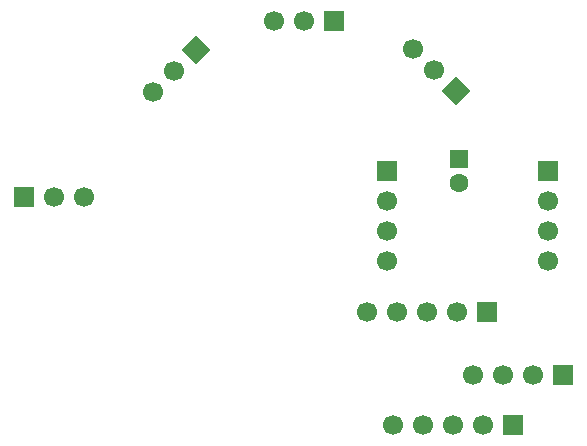
<source format=gbs>
%TF.GenerationSoftware,KiCad,Pcbnew,9.0.6*%
%TF.CreationDate,2026-02-04T04:17:41+01:00*%
%TF.ProjectId,lidar,6c696461-722e-46b6-9963-61645f706362,rev?*%
%TF.SameCoordinates,Original*%
%TF.FileFunction,Soldermask,Bot*%
%TF.FilePolarity,Negative*%
%FSLAX46Y46*%
G04 Gerber Fmt 4.6, Leading zero omitted, Abs format (unit mm)*
G04 Created by KiCad (PCBNEW 9.0.6) date 2026-02-04 04:17:41*
%MOMM*%
%LPD*%
G01*
G04 APERTURE LIST*
G04 Aperture macros list*
%AMRoundRect*
0 Rectangle with rounded corners*
0 $1 Rounding radius*
0 $2 $3 $4 $5 $6 $7 $8 $9 X,Y pos of 4 corners*
0 Add a 4 corners polygon primitive as box body*
4,1,4,$2,$3,$4,$5,$6,$7,$8,$9,$2,$3,0*
0 Add four circle primitives for the rounded corners*
1,1,$1+$1,$2,$3*
1,1,$1+$1,$4,$5*
1,1,$1+$1,$6,$7*
1,1,$1+$1,$8,$9*
0 Add four rect primitives between the rounded corners*
20,1,$1+$1,$2,$3,$4,$5,0*
20,1,$1+$1,$4,$5,$6,$7,0*
20,1,$1+$1,$6,$7,$8,$9,0*
20,1,$1+$1,$8,$9,$2,$3,0*%
%AMRotRect*
0 Rectangle, with rotation*
0 The origin of the aperture is its center*
0 $1 length*
0 $2 width*
0 $3 Rotation angle, in degrees counterclockwise*
0 Add horizontal line*
21,1,$1,$2,0,0,$3*%
G04 Aperture macros list end*
%ADD10R,1.700000X1.700000*%
%ADD11C,1.700000*%
%ADD12RoundRect,0.250000X-0.550000X0.550000X-0.550000X-0.550000X0.550000X-0.550000X0.550000X0.550000X0*%
%ADD13C,1.600000*%
%ADD14RotRect,1.700000X1.700000X315.000000*%
%ADD15RotRect,1.700000X1.700000X225.000000*%
G04 APERTURE END LIST*
D10*
%TO.C,J8*%
X157020000Y-96710000D03*
D11*
X157020000Y-99250000D03*
X157020000Y-101790000D03*
X157020000Y-104330000D03*
%TD*%
D10*
%TO.C,G1*%
X165480000Y-108700000D03*
D11*
X162940000Y-108700000D03*
X160400000Y-108700000D03*
X157860000Y-108700000D03*
X155320000Y-108700000D03*
%TD*%
D12*
%TO.C,C5*%
X163100000Y-95747500D03*
D13*
X163100000Y-97747500D03*
%TD*%
D14*
%TO.C,J4*%
X140796051Y-86460000D03*
D11*
X139000000Y-88256051D03*
X137203949Y-90052102D03*
%TD*%
D10*
%TO.C,J2*%
X170600000Y-96766250D03*
D11*
X170600000Y-99306250D03*
X170600000Y-101846250D03*
X170600000Y-104386250D03*
%TD*%
D10*
%TO.C,J7*%
X167660000Y-118270000D03*
D11*
X165120000Y-118270000D03*
X162580000Y-118270000D03*
X160040000Y-118270000D03*
X157500000Y-118270000D03*
%TD*%
D10*
%TO.C,J3*%
X126260000Y-98910000D03*
D11*
X128800000Y-98910000D03*
X131340000Y-98910000D03*
%TD*%
D15*
%TO.C,J6*%
X162796051Y-90000000D03*
D11*
X161000000Y-88203949D03*
X159203949Y-86407898D03*
%TD*%
D10*
%TO.C,J5*%
X152540000Y-84000000D03*
D11*
X150000000Y-84000000D03*
X147460000Y-84000000D03*
%TD*%
D10*
%TO.C,J1*%
X171900000Y-113980000D03*
D11*
X169360000Y-113980000D03*
X166820000Y-113980000D03*
X164280000Y-113980000D03*
%TD*%
M02*

</source>
